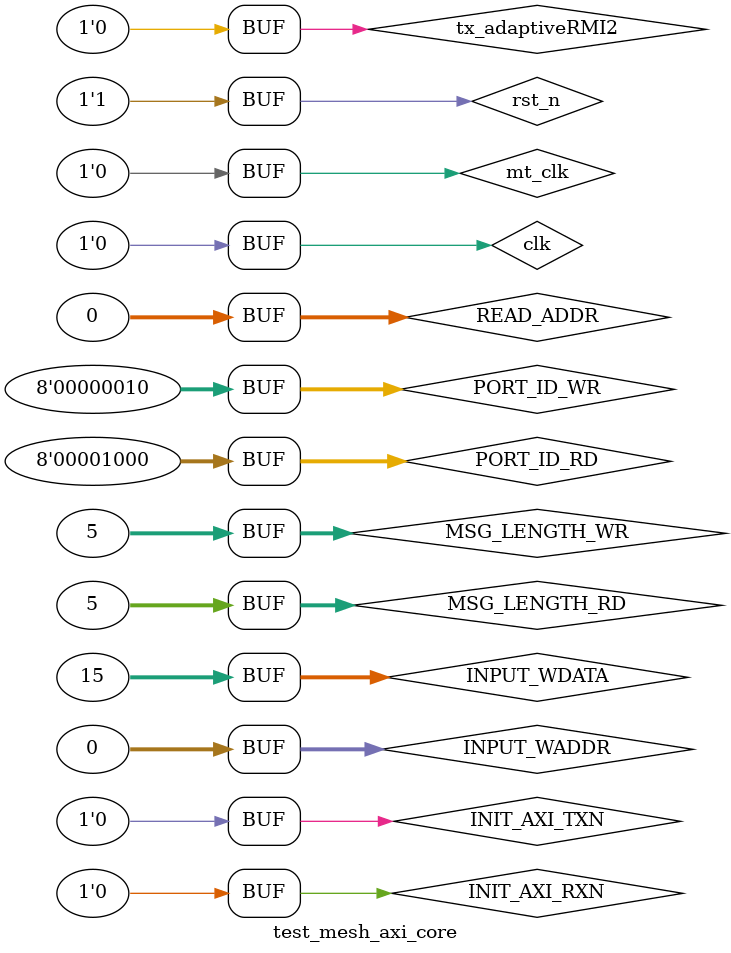
<source format=sv>
`timescale 1ns / 1ps
module test_mesh_axi_core;

parameter FLIT_DATA_WIDTH = 32;
parameter FLIT_TYPE_WIDTH = 2;
parameter FLIT_WIDTH = FLIT_DATA_WIDTH + FLIT_TYPE_WIDTH;
     
parameter integer C_S00_AXI_ID_WIDTH = 1;
parameter integer C_S00_AXI_DATA_WIDTH= 32;
parameter integer C_S00_AXI_ADDR_WIDTH= 32;
parameter integer C_S00_AXI_AWUSER_WIDTH = 1;
parameter integer C_S00_AXI_ARUSER_WIDTH = 1;
parameter integer C_S00_AXI_WUSER_WIDTH= 1;
parameter integer C_S00_AXI_RUSER_WIDTH= 1;
parameter integer C_S00_AXI_BUSER_WIDTH= 1;
reg sel1;
reg sel2;
reg sel3;
reg sel4;
reg INIT_AXI_TXN;
reg [7:0]PORT_ID_WR;
integer MSG_LENGTH_WR = 32;         
reg INIT_AXI_RXN;
reg [7:0]PORT_ID_RD;
integer MSG_LENGTH_RD = 32;
reg [31:0] INPUT_WDATA;
reg [31:0] INPUT_WADDR;  
reg [31:0]READ_ADDR;
reg tx_adaptiveRMI2;
reg rst_n;
reg clk,mt_clk;

//wire  s00_axi_aresetn;
wire [C_S00_AXI_ID_WIDTH-1 : 0] s00_axi_awid_0;
wire [C_S00_AXI_ADDR_WIDTH-1 : 0] s00_axi_awaddr_0;
wire [7 : 0] s00_axi_awlen_0;
wire [2 : 0] s00_axi_awsize_0;
wire [1 : 0] s00_axi_awburst_0;
wire  s00_axi_awlock_0;
wire [3 : 0] s00_axi_awcache_0;
wire [2 : 0] s00_axi_awprot_0;
wire [3 : 0] s00_axi_awqos_0;
wire [3 : 0] s00_axi_awregion_0;
wire [C_S00_AXI_AWUSER_WIDTH-1 : 0] s00_axi_awuser_0;
wire  s00_axi_awvalid_0;
wire  s00_axi_awready_0;
wire [C_S00_AXI_DATA_WIDTH-1 : 0] s00_axi_wdata_0;
wire [(C_S00_AXI_DATA_WIDTH/8)-1 : 0] s00_axi_wstrb_0;
wire  s00_axi_wlast_0;
wire [C_S00_AXI_WUSER_WIDTH-1 : 0] s00_axi_wuser_0;
wire  s00_axi_wvalid_0;
wire  s00_axi_wready_0;
wire [C_S00_AXI_ID_WIDTH-1 : 0] s00_axi_bid_0;
wire [1 : 0] s00_axi_bresp_0;
wire [C_S00_AXI_BUSER_WIDTH-1 : 0] s00_axi_buser_0;
wire  s00_axi_bvalid_0;
wire  s00_axi_bready_0;
wire [C_S00_AXI_ID_WIDTH-1 : 0] s00_axi_arid_0;
wire [C_S00_AXI_ADDR_WIDTH-1 : 0] s00_axi_araddr_0;
wire [7 : 0] s00_axi_arlen_0;
wire [2 : 0] s00_axi_arsize_0;
wire [1 : 0] s00_axi_arburst_0;
wire  s00_axi_arlock_0;
wire [3 : 0] s00_axi_arcache_0;
wire [2 : 0] s00_axi_arprot_0;
wire [3 : 0] s00_axi_arqos_0;
wire [3 : 0] s00_axi_arregion_0;
wire [C_S00_AXI_ARUSER_WIDTH-1 : 0] s00_axi_aruser_0;
wire  s00_axi_arvalid_0;
wire  s00_axi_arready_0;
wire [C_S00_AXI_ID_WIDTH-1 : 0] s00_axi_rid_0;
wire [C_S00_AXI_DATA_WIDTH-1 : 0] s00_axi_rdata_0;
wire [1 : 0] s00_axi_rresp_0;
wire  s00_axi_rlast_0;
wire [C_S00_AXI_RUSER_WIDTH-1 : 0] s00_axi_ruser_0;
wire  s00_axi_rvalid_0;
wire  s00_axi_rready_0;   
   
  
  
  
  
  
 
wire [C_S00_AXI_ID_WIDTH-1 : 0] s00_axi_awid_1;
wire [C_S00_AXI_ADDR_WIDTH-1 : 0] s00_axi_awaddr_1;
wire [7 : 0] s00_axi_awlen_1;
wire [2 : 0] s00_axi_awsize_1;
wire [1 : 0] s00_axi_awburst_1;
wire  s00_axi_awlock_1;
wire [3 : 0] s00_axi_awcache_1;
wire [2 : 0] s00_axi_awprot_1;
wire [3 : 0] s00_axi_awqos_1;
wire [3 : 0] s00_axi_awregion_1;
wire [C_S00_AXI_AWUSER_WIDTH-1 : 0] s00_axi_awuser_1;
wire  s00_axi_awvalid_1;
wire  s00_axi_awready_1;
wire [C_S00_AXI_DATA_WIDTH-1 : 0] s00_axi_wdata_1;
wire [(C_S00_AXI_DATA_WIDTH/8)-1 : 0] s00_axi_wstrb_1;
wire  s00_axi_wlast_1;
wire [C_S00_AXI_WUSER_WIDTH-1 : 0] s00_axi_wuser_1;
wire  s00_axi_wvalid_1;
wire  s00_axi_wready_1;
wire [C_S00_AXI_ID_WIDTH-1 : 0] s00_axi_bid_1;
wire [1 : 0] s00_axi_bresp_1;
wire [C_S00_AXI_BUSER_WIDTH-1 : 0] s00_axi_buser_1;
wire  s00_axi_bvalid_1;
wire  s00_axi_bready_1;
wire [C_S00_AXI_ID_WIDTH-1 : 0] s00_axi_arid_1;
wire [C_S00_AXI_ADDR_WIDTH-1 : 0] s00_axi_araddr_1;
wire [7 : 0] s00_axi_arlen_1;
wire [2 : 0] s00_axi_arsize_1;
wire [1 : 0] s00_axi_arburst_1;
wire  s00_axi_arlock_1;
wire [3 : 0] s00_axi_arcache_1;
wire [2 : 0] s00_axi_arprot_1;
wire [3 : 0] s00_axi_arqos_1;
wire [3 : 0] s00_axi_arregion_1;
wire [C_S00_AXI_ARUSER_WIDTH-1 : 0] s00_axi_aruser_1;
wire  s00_axi_arvalid_1;
wire  s00_axi_arready_1;
wire [C_S00_AXI_ID_WIDTH-1 : 0] s00_axi_rid_1;
wire [C_S00_AXI_DATA_WIDTH-1 : 0] s00_axi_rdata_1;
wire [1 : 0] s00_axi_rresp_1;
wire  s00_axi_rlast_1;
wire [C_S00_AXI_RUSER_WIDTH-1 : 0] s00_axi_ruser_1;
wire  s00_axi_rvalid_1;
wire  s00_axi_rready_1;   
wire  [8:0]period_id_BD;
wire period_En_BD;
    
reg[63:0] GTB;

wire [31:0]source_datain_2;
wire trigger_2;
reg out_rd_en;

wire  portid_valid_3;
wire  [7:0] sink_portid_3;
wire  write_en_3;
wire  [31:0] sink_dataout_3;
wire  sink_terminate_3;
  
core #(.C_LAST_BURST_BIT(15),.C_PORT_STATUS_BIT(14))cdxm(              
                        .INIT_AXI_TXN         (INIT_AXI_TXN),
                        .PORT_ID_WR     (PORT_ID_WR),
                        .MSG_LENGTH_WR     (MSG_LENGTH_WR),
                        
                        .INIT_AXI_RXN        (INIT_AXI_RXN),
                        .PORT_ID_RD    (PORT_ID_RD),
                        .MSG_LENGTH_RD        (MSG_LENGTH_RD),
                        .INPUT_WDATA            (INPUT_WDATA),
                        .INPUT_WADDR            (INPUT_WADDR),
                        .READ_ADDR                 (READ_ADDR),
                      
                          // -- AXI M 
                        .M_AXI_ACLK     (clk),
                        .M_AXI_ARESETN     (rst_n),   
                        .M_AXI_AWID     (s00_axi_awid_0),    
                        .M_AXI_AWADDR (s00_axi_awaddr_0),  
                        .M_AXI_AWLEN     (s00_axi_awlen_0),   
                        .M_AXI_AWSIZE     (s00_axi_awsize_0),  
                        .M_AXI_AWBURST     (s00_axi_awburst_0), 
                        .M_AXI_AWLOCK (s00_axi_awlock_0),  
                        .M_AXI_AWCACHE     (s00_axi_awcache_0), 
                        .M_AXI_AWPROT (s00_axi_awprot_0),  
                        .M_AXI_AWQOS     (s00_axi_awqos_0),   
                        .M_AXI_AWUSER (s00_axi_awuser_0),    
                        .M_AXI_AWVALID     (s00_axi_awvalid_0),   
                        .M_AXI_AWREADY     (s00_axi_awready_0),   
                        .M_AXI_WDATA     (s00_axi_wdata_0),     
                        .M_AXI_WSTRB     (s00_axi_wstrb_0),     
                        .M_AXI_WLAST     (s00_axi_wlast_0),     
                        .M_AXI_WUSER     (s00_axi_wuser_0),     
                        .M_AXI_WVALID     (s00_axi_wvalid_0),    
                        .M_AXI_WREADY (s00_axi_wready_0),    
                        .M_AXI_BID          (s00_axi_bid_0 ),       
                        .M_AXI_BRESP     (s00_axi_bresp_0),     
                        .M_AXI_BUSER     (s00_axi_buser_0),     
                        .M_AXI_BVALID     (s00_axi_bvalid_0),    
                        .M_AXI_BREADY     (s00_axi_bready_0),
                        
                        .M_AXI_ARID         (s00_axi_arid_1),      
                        .M_AXI_ARADDR   (s00_axi_araddr_1),    
                        .M_AXI_ARLEN     (s00_axi_arlen_1),     
                        .M_AXI_ARSIZE     (s00_axi_arsize_1),    
                        .M_AXI_ARBURST     (s00_axi_arburst_1),   
                        .M_AXI_ARLOCK   (s00_axi_arlock_1),    
                        .M_AXI_ARCACHE     (s00_axi_arcache_1),   
                        .M_AXI_ARPROT       (s00_axi_arprot_1),    
                        .M_AXI_ARQOS         (s00_axi_arqos_1),     
                        .M_AXI_ARUSER        (s00_axi_aruser_1),    
                        .M_AXI_ARVALID        (s00_axi_arvalid_1),  
                        .M_AXI_ARREADY     (s00_axi_arready_1),  
                        .M_AXI_RID          (s00_axi_rid_1 ),      
                        .M_AXI_RDATA     (s00_axi_rdata_1),    
                        .M_AXI_RRESP     (s00_axi_rresp_1),    
                        .M_AXI_RLAST     (s00_axi_rlast_1),    
                        .M_AXI_RUSER     (s00_axi_ruser_1),    
                        .M_AXI_RVALID     (s00_axi_rvalid_1),   
                        .M_AXI_RREADY (s00_axi_rready_1)   
                                           
                        );                                          



		
	torus_mesh mm(
                   .rst_n (rst_n),
                   .tx_adaptiveRMI2 (tx_adaptiveRMI2),
                   .clk (clk),
                   .GTB(GTB),
                   .sel1 (sel1),
                   .sel2 (sel2),
                   .sel3 (sel3),
                   .sel4 (sel4),
                  
                  .s_axi_core_awid_2       (s00_axi_awid_0),              
                  .s_axi_core_awaddr_2          (s00_axi_awaddr_0),        
                  .s_axi_core_awlen_2     (s00_axi_awlen_0),        
                  .s_axi_core_awsize_2        (s00_axi_awsize_0),      
                  .s_axi_core_awburst_2         (s00_axi_awburst_0),      
                  .s_axi_core_awlock_2     (s00_axi_awlock_0),      
                  .s_axi_core_awcache_2         (s00_axi_awcache_0),        
                  .s_axi_core_awprot_2        (s00_axi_awprot_0),      
                  .s_axi_core_awqos_2   (s00_axi_awqos_0),        
                  .s_axi_core_awregion_2         (s00_axi_awregion_0),      
                  .s_axi_core_awuser_2   (s00_axi_awuser_0),      
                  .s_axi_core_awvalid_2          (s00_axi_awvalid_0),    
                  .s_axi_core_awready_2          (s00_axi_awready_0),      
                  .s_axi_core_wdata_2      (s00_axi_wdata_0),      
                  .s_axi_core_wstrb_2            (s00_axi_wstrb_0),      
                  .s_axi_core_wlast_2            (s00_axi_wlast_0),      
                  .s_axi_core_wuser_2          (s00_axi_wuser_0),      
                  .s_axi_core_wvalid_2           (s00_axi_wvalid_0),    
                  .s_axi_core_wready_2            (s00_axi_wready_0),      
                  .s_axi_core_bid_2    (s00_axi_bid_0 ),    
                  .s_axi_core_bresp_2               (s00_axi_bresp_0),      
                  .s_axi_core_buser_2        (s00_axi_buser_0),      
                  .s_axi_core_bvalid_2               (s00_axi_bvalid_0),    
                  .s_axi_core_bready_2             (s00_axi_bready_0),      
                  .s_axi_core_arid_2  (s00_axi_arid_0),    
                  .s_axi_core_araddr_2             (s00_axi_araddr_0),    
                  .s_axi_core_arlen_2      (s00_axi_arlen_0),    
                  .s_axi_core_arsize_2         (s00_axi_arsize_0),    
                  .s_axi_core_arburst_2             (s00_axi_arburst_0),    
                  .s_axi_core_arlock_2       (s00_axi_arlock_0),    
                  .s_axi_core_arcache_2           (s00_axi_arcache_0),      
                  .s_axi_core_arprot_2          (s00_axi_arprot_0),    
                  .s_axi_core_arqos_2        (s00_axi_arqos_0),      
                  .s_axi_core_arregion_2           (s00_axi_arregion_0),    
                  .s_axi_core_aruser_2 (s00_axi_aruser_0),    
                  .s_axi_core_arvalid_2              (s00_axi_arvalid_0),  
                  .s_axi_core_arready_2            (s00_axi_arready_0),    
                  .s_axi_core_rid_2 (s00_axi_rid_0 ),    
                  .s_axi_core_rdata_2                (s00_axi_rdata_0),    
                  .s_axi_core_rresp_2               (s00_axi_rresp_0),    
                  .s_axi_core_rlast_2                 (s00_axi_rlast_0),    
                  .s_axi_core_ruser_2          (s00_axi_ruser_0),    
                  .s_axi_core_rvalid_2                (s00_axi_rvalid_0),  
                  .s_axi_core_rready_2         (s00_axi_rready_0)      
                   
                   
                   
                   
                   
              );
		
		
		
		
		
		
		
		
		
		

Clock   Global(

    .clk(clk),          
    .reset_n(rst_n),      
    //macro tick input
    .mtclk(mt_clk),
    //-- state-set of the counter vector
    .SetTimeVal(0),   
    .NewTimeVal(0),   
    //-- reconfiguration instant to issue switch to new value
    .ReconfInst(0),   
    //-- the outgoing counter vector
	.TimeCnt(GTB)		
);






 
//reg flag_config=0;
initial
begin


clk=0;
rst_n=0;
INPUT_WDATA = 0;
INPUT_WADDR= 0 ;
READ_ADDR=0;
tx_adaptiveRMI2 =0;



#50
rst_n=1;
//tx_adaptiveRMI2 =1;
INIT_AXI_TXN=0;
//PORT_ID_WR =1;
MSG_LENGTH_WR=5;
INIT_AXI_RXN=0;
//PORT_ID_RD=1;
MSG_LENGTH_RD=5;
//status register Tx_busy on location 12


               #99;
         tx_adaptiveRMI2 =1;
         #10
         tx_adaptiveRMI2 =0;

               
          INIT_AXI_TXN=1; 
          PORT_ID_WR =2;
          INPUT_WDATA=0;
          
            #48
                     

             INIT_AXI_TXN=0; 
        for(integer j=0;j<16;j=j+1)//f
            begin 
            #8;
            INPUT_WDATA =j; 
  
            
            
            end  
            #500
         
          PORT_ID_WR =2;
          #8
            INIT_AXI_TXN=1; 
            
          INPUT_WDATA=0;
            #40
             tx_adaptiveRMI2 = 1;
             INIT_AXI_TXN=0; 
             #7
             tx_adaptiveRMI2=0; 

        for(integer j=0;j<16;j=j+1)//f
            begin 
            #8;
            INPUT_WDATA =j*2; 
  
            
            
            end  
               
      
          INIT_AXI_TXN=1; 
          PORT_ID_WR =2;
          INPUT_WDATA=0;
            #48
             INIT_AXI_TXN=0; 
        for(integer j=0;j<16;j=j+1)//f
            begin 
            #8;
            INPUT_WDATA =j; 
  
            
            
            end  
       
          
         #10
         tx_adaptiveRMI2 =0;
          INIT_AXI_TXN=1; 
          PORT_ID_WR =2;
          INPUT_WDATA=0;
            #48
           
             INIT_AXI_TXN=0; 
        for(integer j=0;j<16;j=j+1)//f
            begin 
            #8;
            INPUT_WDATA =j; 
  
            
            
            end  
            
             INIT_AXI_TXN=1; 
          PORT_ID_WR =2;
          INPUT_WDATA=0;
            #48
             INIT_AXI_TXN=0; 
        for(integer j=0;j<16;j=j+1)//f
            begin 
            #8;
            INPUT_WDATA =j; 
  
            
            
            end  
            #5

         
            PORT_ID_RD=8;	
            #8
            INIT_AXI_RXN=1;
             #40
             	INIT_AXI_RXN=0;
           			
end 
              // INIT_AXI_TXN=1;
  //         end   
  


always
begin
    clk = 1'b1;
    #4; // high for 20 * timescale = 20 ns

    clk = 1'b0;
    #4; // low for 20 * timescale = 20 ns
end

always
begin
    mt_clk = 1'b1;
     #14.90; // high for 20 * timescale = 20 ns
    // #40;
    mt_clk = 1'b0;
     #14.90; // low for 20 * timescale = 20 ns
   // #40;
end 


     
  
 
endmodule

</source>
